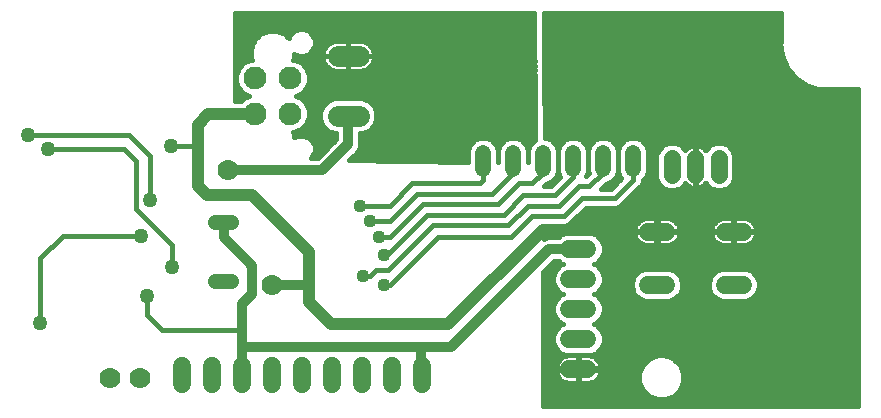
<source format=gbl>
G75*
G70*
%OFA0B0*%
%FSLAX24Y24*%
%IPPOS*%
%LPD*%
%AMOC8*
5,1,8,0,0,1.08239X$1,22.5*
%
%ADD10C,0.0594*%
%ADD11C,0.0700*%
%ADD12C,0.0700*%
%ADD13C,0.0515*%
%ADD14C,0.0760*%
%ADD15C,0.0600*%
%ADD16C,0.0551*%
%ADD17C,0.0520*%
%ADD18C,0.0320*%
%ADD19C,0.0500*%
%ADD20C,0.0160*%
%ADD21C,0.0554*%
%ADD22C,0.0400*%
%ADD23C,0.0436*%
D10*
X024704Y005356D02*
X025298Y005356D01*
X027263Y005356D02*
X027857Y005356D01*
X027857Y007128D02*
X027263Y007128D01*
X025298Y007128D02*
X024704Y007128D01*
D11*
X028850Y012089D03*
X012180Y005349D03*
X007761Y002259D03*
X006761Y002259D03*
X010700Y009189D03*
D12*
X014355Y010997D02*
X015055Y010997D01*
X015055Y012989D02*
X014355Y012989D01*
D13*
X010786Y007464D02*
X010271Y007462D01*
X010282Y005493D02*
X010797Y005496D01*
D14*
X011593Y011061D03*
X012774Y011061D03*
X012774Y012242D03*
X011593Y012242D03*
D15*
X022080Y006549D02*
X022680Y006549D01*
X022680Y005549D02*
X022080Y005549D01*
X022080Y004549D02*
X022680Y004549D01*
X022680Y003549D02*
X022080Y003549D01*
X022080Y002549D02*
X022680Y002549D01*
X017180Y002649D02*
X017180Y002049D01*
X016180Y002049D02*
X016180Y002649D01*
X015180Y002649D02*
X015180Y002049D01*
X014180Y002049D02*
X014180Y002649D01*
X013180Y002649D02*
X013180Y002049D01*
X012180Y002049D02*
X012180Y002649D01*
X011180Y002649D02*
X011180Y002049D01*
X010180Y002049D02*
X010180Y002649D01*
X009180Y002649D02*
X009180Y002049D01*
D16*
X025493Y009023D02*
X025493Y009574D01*
X026280Y009574D02*
X026280Y009023D01*
X027068Y009023D02*
X027068Y009574D01*
D17*
X024200Y009749D02*
X024200Y009229D01*
X023200Y009229D02*
X023200Y009749D01*
X022200Y009749D02*
X022200Y009229D01*
X021200Y009229D02*
X021200Y009749D01*
X020200Y009749D02*
X020200Y009229D01*
X019200Y009229D02*
X019200Y009749D01*
D18*
X021400Y006539D02*
X018150Y003289D01*
X017150Y003289D01*
X017150Y002379D01*
X017180Y002349D01*
X017150Y003289D02*
X011180Y003289D01*
X011180Y003689D01*
X011180Y004719D01*
X011500Y005039D01*
X011500Y005994D01*
X010555Y006939D01*
X010555Y007436D01*
X010529Y007463D01*
X010700Y009189D02*
X013850Y009189D01*
X014700Y010039D01*
X014700Y010992D01*
X014705Y010997D01*
X011593Y011061D02*
X011570Y011039D01*
X012200Y005369D02*
X012180Y005349D01*
X013340Y005349D01*
X013350Y005339D01*
X011180Y003289D02*
X011180Y002349D01*
X021400Y006539D02*
X022370Y006539D01*
X022380Y006549D01*
D19*
X004450Y004089D03*
X008000Y004989D03*
X008850Y005939D03*
X007800Y006989D03*
X008100Y008189D03*
X008800Y009989D03*
X004700Y009889D03*
X004050Y010339D03*
D20*
X007400Y010339D01*
X008100Y009639D01*
X008100Y008189D01*
X007650Y007889D02*
X008850Y006689D01*
X008850Y005939D01*
X008000Y004989D02*
X008000Y004339D01*
X008500Y003839D01*
X011030Y003839D01*
X011180Y003689D01*
X012180Y005349D02*
X012150Y005379D01*
X015200Y005639D02*
X015450Y005639D01*
X015650Y005839D01*
X016050Y005839D01*
X017550Y007339D01*
X020050Y007339D01*
X020700Y007989D01*
X021750Y007989D01*
X022400Y008639D01*
X022750Y008639D01*
X023200Y009089D01*
X023200Y009489D01*
X022700Y009491D02*
X022700Y009491D01*
X022700Y009333D02*
X022700Y009333D01*
X022700Y009174D02*
X022700Y009174D01*
X022700Y009129D02*
X022700Y009848D01*
X022624Y010032D01*
X022484Y010172D01*
X022300Y010248D01*
X022101Y010248D01*
X021917Y010172D01*
X021776Y010032D01*
X021700Y009848D01*
X021624Y010032D01*
X021484Y010172D01*
X021300Y010248D01*
X021263Y010248D01*
X021242Y012419D01*
X021249Y014431D01*
X029132Y014431D01*
X029132Y013538D01*
X029132Y013499D01*
X029117Y013309D01*
X029191Y012914D01*
X029364Y012553D01*
X029625Y012248D01*
X029956Y012021D01*
X029956Y012021D01*
X030335Y011888D01*
X030496Y011876D01*
X030505Y011872D01*
X030544Y011872D01*
X030582Y011869D01*
X030591Y011872D01*
X031691Y011872D01*
X031691Y001328D01*
X021201Y001328D01*
X021217Y005790D01*
X021566Y006139D01*
X021727Y006139D01*
X021774Y006091D01*
X021876Y006048D01*
X021774Y006006D01*
X021623Y005854D01*
X021540Y005656D01*
X021540Y005441D01*
X021623Y005243D01*
X021774Y005091D01*
X021876Y005049D01*
X021774Y005006D01*
X021623Y004854D01*
X021540Y004656D01*
X021540Y004441D01*
X021623Y004243D01*
X021774Y004091D01*
X021876Y004049D01*
X021774Y004006D01*
X021623Y003854D01*
X021540Y003656D01*
X021540Y003441D01*
X021623Y003243D01*
X021774Y003091D01*
X021973Y003009D01*
X022788Y003009D01*
X022986Y003091D01*
X023138Y003243D01*
X023220Y003441D01*
X023220Y003656D01*
X023138Y003854D01*
X022986Y004006D01*
X022884Y004049D01*
X022986Y004091D01*
X023138Y004243D01*
X023220Y004441D01*
X023220Y004656D01*
X023138Y004854D01*
X022986Y005006D01*
X022884Y005049D01*
X022986Y005091D01*
X023138Y005243D01*
X023220Y005441D01*
X023220Y005656D01*
X023138Y005854D01*
X022986Y006006D01*
X022884Y006048D01*
X022986Y006091D01*
X023138Y006243D01*
X023220Y006441D01*
X023220Y006656D01*
X023138Y006854D01*
X022986Y007006D01*
X022788Y007088D01*
X021973Y007088D01*
X021774Y007006D01*
X021707Y006938D01*
X021480Y006938D01*
X021321Y006938D01*
X021221Y006897D01*
X021223Y007319D01*
X021837Y007319D01*
X021964Y007319D01*
X022082Y007367D01*
X022633Y007919D01*
X023537Y007919D01*
X023664Y007919D01*
X023782Y007967D01*
X024382Y008567D01*
X024472Y008657D01*
X024520Y008775D01*
X024520Y008841D01*
X024624Y008945D01*
X024700Y009129D01*
X024700Y009848D01*
X024624Y010032D01*
X024484Y010172D01*
X024300Y010248D01*
X024101Y010248D01*
X023917Y010172D01*
X023776Y010032D01*
X023700Y009848D01*
X023624Y010032D01*
X023484Y010172D01*
X023300Y010248D01*
X023101Y010248D01*
X022917Y010172D01*
X022776Y010032D01*
X022700Y009848D01*
X022700Y009129D01*
X022638Y008979D01*
X022726Y009067D01*
X022700Y009129D01*
X022675Y009016D02*
X022653Y009016D01*
X023263Y008699D02*
X023608Y008699D01*
X023484Y008805D02*
X023624Y008945D01*
X023700Y009129D01*
X023700Y009848D01*
X023700Y009129D01*
X023776Y008945D01*
X023816Y008906D01*
X023468Y008558D01*
X023123Y008558D01*
X023293Y008729D01*
X023300Y008729D01*
X023484Y008805D01*
X023536Y008857D02*
X023766Y008857D01*
X023747Y009016D02*
X023653Y009016D01*
X023700Y009174D02*
X023700Y009174D01*
X023700Y009333D02*
X023700Y009333D01*
X023700Y009491D02*
X023700Y009491D01*
X023700Y009650D02*
X023700Y009650D01*
X023700Y009808D02*
X023700Y009808D01*
X023651Y009967D02*
X023750Y009967D01*
X023870Y010125D02*
X023530Y010125D01*
X022870Y010125D02*
X022530Y010125D01*
X022651Y009967D02*
X022750Y009967D01*
X022700Y009808D02*
X022700Y009808D01*
X022700Y009650D02*
X022700Y009650D01*
X022200Y009489D02*
X022200Y008939D01*
X021600Y008339D01*
X020550Y008339D01*
X019900Y007689D01*
X017350Y007689D01*
X016000Y006339D01*
X015900Y006339D01*
X015750Y006939D02*
X016100Y006939D01*
X017200Y008039D01*
X019700Y008039D01*
X020400Y008739D01*
X020850Y008739D01*
X021200Y009089D01*
X021200Y009489D01*
X020700Y009491D02*
X020700Y009491D01*
X020700Y009441D02*
X020700Y009441D01*
X020700Y009848D01*
X020624Y010032D01*
X020484Y010172D01*
X020300Y010248D01*
X020101Y010248D01*
X019917Y010172D01*
X019776Y010032D01*
X019700Y009848D01*
X019624Y010032D01*
X019484Y010172D01*
X019300Y010248D01*
X019101Y010248D01*
X018917Y010172D01*
X018776Y010032D01*
X018700Y009848D01*
X018700Y009461D01*
X014728Y009501D01*
X014927Y009699D01*
X015039Y009812D01*
X015100Y009959D01*
X015100Y010407D01*
X015173Y010407D01*
X015389Y010497D01*
X015555Y010663D01*
X015645Y010880D01*
X015645Y011114D01*
X015555Y011331D01*
X015389Y011497D01*
X015173Y011587D01*
X014238Y011587D01*
X014021Y011497D01*
X013855Y011331D01*
X013765Y011114D01*
X013765Y010880D01*
X013855Y010663D01*
X014021Y010497D01*
X014238Y010407D01*
X014300Y010407D01*
X014300Y010204D01*
X013685Y009588D01*
X013464Y009588D01*
X013517Y009642D01*
X013584Y009804D01*
X013584Y009979D01*
X013517Y010141D01*
X013393Y010265D01*
X013231Y010332D01*
X013056Y010332D01*
X012897Y010267D01*
X012897Y010364D01*
X012866Y010441D01*
X012897Y010441D01*
X013125Y010535D01*
X013299Y010710D01*
X013394Y010938D01*
X013394Y011184D01*
X013299Y011412D01*
X013125Y011587D01*
X012968Y011651D01*
X013125Y011716D01*
X013299Y011891D01*
X013394Y012119D01*
X013394Y012365D01*
X013299Y012593D01*
X013125Y012768D01*
X012897Y012862D01*
X012859Y012862D01*
X012897Y012954D01*
X012897Y013056D01*
X013056Y012990D01*
X013231Y012990D01*
X013393Y013057D01*
X013517Y013181D01*
X013584Y013343D01*
X013584Y013519D01*
X013517Y013681D01*
X013393Y013805D01*
X013231Y013872D01*
X013056Y013872D01*
X012894Y013805D01*
X012770Y013681D01*
X012723Y013567D01*
X012588Y013702D01*
X012325Y013811D01*
X012041Y013811D01*
X011778Y013702D01*
X011577Y013501D01*
X011469Y013239D01*
X011469Y012954D01*
X011507Y012862D01*
X011469Y012862D01*
X011241Y012768D01*
X011067Y012593D01*
X010973Y012365D01*
X010973Y012119D01*
X011067Y011891D01*
X011241Y011716D01*
X011398Y011651D01*
X011241Y011587D01*
X011133Y011478D01*
X010950Y011478D01*
X010950Y014431D01*
X020903Y014431D01*
X020943Y010183D01*
X020917Y010172D01*
X020776Y010032D01*
X020700Y009848D01*
X020700Y009441D01*
X020700Y009650D02*
X020700Y009650D01*
X020700Y009808D02*
X020700Y009808D01*
X020651Y009967D02*
X020750Y009967D01*
X020870Y010125D02*
X020530Y010125D01*
X020942Y010284D02*
X015100Y010284D01*
X015100Y010125D02*
X018870Y010125D01*
X018750Y009967D02*
X015100Y009967D01*
X015036Y009808D02*
X018700Y009808D01*
X018700Y009650D02*
X014877Y009650D01*
X015669Y009491D02*
X018700Y009491D01*
X019200Y009489D02*
X019200Y008839D01*
X019100Y008739D01*
X016850Y008739D01*
X016100Y007989D01*
X015100Y007989D01*
X015450Y007489D02*
X016100Y007489D01*
X017000Y008389D01*
X019500Y008389D01*
X020200Y009089D01*
X020200Y009489D01*
X020195Y009484D01*
X019700Y009491D02*
X019700Y009491D01*
X019700Y009451D02*
X019700Y009848D01*
X019700Y009451D01*
X019700Y009451D01*
X019700Y009650D02*
X019700Y009650D01*
X019700Y009808D02*
X019700Y009808D01*
X019651Y009967D02*
X019750Y009967D01*
X019870Y010125D02*
X019530Y010125D01*
X020941Y010443D02*
X015259Y010443D01*
X015494Y010601D02*
X020939Y010601D01*
X020938Y010760D02*
X015596Y010760D01*
X015645Y010918D02*
X020936Y010918D01*
X020935Y011077D02*
X015645Y011077D01*
X015595Y011235D02*
X020933Y011235D01*
X020932Y011394D02*
X015493Y011394D01*
X015256Y011552D02*
X020930Y011552D01*
X020929Y011711D02*
X013111Y011711D01*
X013159Y011552D02*
X014154Y011552D01*
X013918Y011394D02*
X013307Y011394D01*
X013372Y011235D02*
X013815Y011235D01*
X013765Y011077D02*
X013394Y011077D01*
X013386Y010918D02*
X013765Y010918D01*
X013815Y010760D02*
X013320Y010760D01*
X013191Y010601D02*
X013917Y010601D01*
X014152Y010443D02*
X012901Y010443D01*
X012897Y010284D02*
X012939Y010284D01*
X013348Y010284D02*
X014300Y010284D01*
X014222Y010125D02*
X013524Y010125D01*
X013584Y009967D02*
X014063Y009967D01*
X013905Y009808D02*
X013584Y009808D01*
X013521Y009650D02*
X013746Y009650D01*
X011207Y011552D02*
X010950Y011552D01*
X010950Y011711D02*
X011255Y011711D01*
X011088Y011869D02*
X010950Y011869D01*
X010950Y012028D02*
X011010Y012028D01*
X010973Y012187D02*
X010950Y012187D01*
X010950Y012345D02*
X010973Y012345D01*
X010950Y012504D02*
X011030Y012504D01*
X010950Y012662D02*
X011136Y012662D01*
X010950Y012821D02*
X011369Y012821D01*
X011469Y012979D02*
X010950Y012979D01*
X010950Y013138D02*
X011469Y013138D01*
X011493Y013296D02*
X010950Y013296D01*
X010950Y013455D02*
X011558Y013455D01*
X011690Y013613D02*
X010950Y013613D01*
X010950Y013772D02*
X011947Y013772D01*
X012419Y013772D02*
X012861Y013772D01*
X012742Y013613D02*
X012676Y013613D01*
X013426Y013772D02*
X020909Y013772D01*
X020908Y013931D02*
X010950Y013931D01*
X010950Y014089D02*
X020906Y014089D01*
X020904Y014248D02*
X010950Y014248D01*
X010950Y014406D02*
X020903Y014406D01*
X021249Y014406D02*
X029132Y014406D01*
X029132Y014248D02*
X021249Y014248D01*
X021248Y014089D02*
X029132Y014089D01*
X029132Y013931D02*
X021247Y013931D01*
X021247Y013772D02*
X029132Y013772D01*
X029132Y013613D02*
X021246Y013613D01*
X021246Y013455D02*
X029129Y013455D01*
X029120Y013296D02*
X021245Y013296D01*
X021245Y013138D02*
X029149Y013138D01*
X029179Y012979D02*
X021244Y012979D01*
X021243Y012821D02*
X029236Y012821D01*
X029312Y012662D02*
X021243Y012662D01*
X021242Y012504D02*
X029406Y012504D01*
X029542Y012345D02*
X021243Y012345D01*
X021244Y012187D02*
X029715Y012187D01*
X029625Y012248D02*
X029625Y012248D01*
X029947Y012028D02*
X021246Y012028D01*
X021247Y011869D02*
X030579Y011869D01*
X030583Y011869D02*
X031691Y011869D01*
X031691Y011711D02*
X021249Y011711D01*
X021250Y011552D02*
X031691Y011552D01*
X031691Y011394D02*
X021252Y011394D01*
X021253Y011235D02*
X031691Y011235D01*
X031691Y011077D02*
X021255Y011077D01*
X021256Y010918D02*
X031691Y010918D01*
X031691Y010760D02*
X021258Y010760D01*
X021259Y010601D02*
X031691Y010601D01*
X031691Y010443D02*
X021261Y010443D01*
X021262Y010284D02*
X031691Y010284D01*
X031691Y010125D02*
X024530Y010125D01*
X024651Y009967D02*
X025157Y009967D01*
X025201Y010011D02*
X025056Y009866D01*
X024977Y009677D01*
X024977Y008920D01*
X025056Y008731D01*
X025201Y008586D01*
X025390Y008507D01*
X025595Y008507D01*
X025785Y008586D01*
X025930Y008731D01*
X025939Y008752D01*
X025948Y008739D01*
X025997Y008691D01*
X026052Y008650D01*
X026113Y008619D01*
X026178Y008598D01*
X026246Y008587D01*
X026277Y008587D01*
X026277Y009295D01*
X026284Y009295D01*
X026284Y008587D01*
X026315Y008587D01*
X026382Y008598D01*
X026448Y008619D01*
X026509Y008650D01*
X026564Y008691D01*
X026613Y008739D01*
X026622Y008752D01*
X026631Y008731D01*
X026776Y008586D01*
X026965Y008507D01*
X027170Y008507D01*
X027360Y008586D01*
X027505Y008731D01*
X027583Y008920D01*
X027583Y009677D01*
X027505Y009866D01*
X027360Y010011D01*
X027170Y010090D01*
X026965Y010090D01*
X026776Y010011D01*
X026631Y009866D01*
X026622Y009845D01*
X026613Y009858D01*
X026564Y009906D01*
X026509Y009947D01*
X026448Y009978D01*
X026382Y009999D01*
X026315Y010010D01*
X026284Y010010D01*
X026284Y009302D01*
X026277Y009302D01*
X026277Y010010D01*
X026246Y010010D01*
X026178Y009999D01*
X026113Y009978D01*
X026052Y009947D01*
X025997Y009906D01*
X025948Y009858D01*
X025939Y009845D01*
X025930Y009866D01*
X025785Y010011D01*
X025595Y010090D01*
X025390Y010090D01*
X025201Y010011D01*
X025032Y009808D02*
X024700Y009808D01*
X024700Y009650D02*
X024977Y009650D01*
X024977Y009491D02*
X024700Y009491D01*
X024700Y009333D02*
X024977Y009333D01*
X024977Y009174D02*
X024700Y009174D01*
X024653Y009016D02*
X024977Y009016D01*
X025003Y008857D02*
X024536Y008857D01*
X024489Y008699D02*
X025088Y008699D01*
X025311Y008540D02*
X024354Y008540D01*
X024196Y008381D02*
X031691Y008381D01*
X031691Y008223D02*
X024037Y008223D01*
X023879Y008064D02*
X031691Y008064D01*
X031691Y007906D02*
X022620Y007906D01*
X022462Y007747D02*
X031691Y007747D01*
X031691Y007589D02*
X022303Y007589D01*
X022145Y007430D02*
X024360Y007430D01*
X024356Y007426D02*
X024314Y007368D01*
X024281Y007304D01*
X024259Y007235D01*
X024248Y007164D01*
X024248Y007147D01*
X024983Y007147D01*
X024983Y007585D01*
X024668Y007585D01*
X024597Y007574D01*
X024529Y007551D01*
X024465Y007519D01*
X024407Y007477D01*
X024356Y007426D01*
X024271Y007272D02*
X021223Y007272D01*
X021222Y007113D02*
X024983Y007113D01*
X024983Y007110D02*
X024248Y007110D01*
X024248Y007092D01*
X024259Y007021D01*
X024281Y006953D01*
X024314Y006889D01*
X024356Y006831D01*
X024407Y006780D01*
X024465Y006737D01*
X024529Y006705D01*
X024597Y006683D01*
X024668Y006671D01*
X024983Y006671D01*
X024983Y007109D01*
X025020Y007109D01*
X025020Y006671D01*
X025334Y006671D01*
X025405Y006683D01*
X025473Y006705D01*
X025537Y006737D01*
X025596Y006780D01*
X025646Y006831D01*
X025689Y006889D01*
X025721Y006953D01*
X025744Y007021D01*
X025755Y007092D01*
X025755Y007110D01*
X025020Y007110D01*
X025020Y007147D01*
X024983Y007147D01*
X024983Y007110D01*
X025020Y007113D02*
X027542Y007113D01*
X027542Y007110D02*
X026807Y007110D01*
X026807Y007092D01*
X026818Y007021D01*
X026840Y006953D01*
X026873Y006889D01*
X026915Y006831D01*
X026966Y006780D01*
X027024Y006737D01*
X027088Y006705D01*
X027156Y006683D01*
X027227Y006671D01*
X027542Y006671D01*
X027542Y007109D01*
X027579Y007109D01*
X027579Y006671D01*
X027893Y006671D01*
X027964Y006683D01*
X028032Y006705D01*
X028097Y006737D01*
X028155Y006780D01*
X028206Y006831D01*
X028248Y006889D01*
X028280Y006953D01*
X028303Y007021D01*
X028314Y007092D01*
X028314Y007110D01*
X027579Y007110D01*
X027579Y007147D01*
X027542Y007147D01*
X027542Y007585D01*
X027227Y007585D01*
X027156Y007574D01*
X027088Y007551D01*
X027024Y007519D01*
X026966Y007477D01*
X026915Y007426D01*
X026873Y007368D01*
X026840Y007304D01*
X026818Y007235D01*
X026807Y007164D01*
X026807Y007147D01*
X027542Y007147D01*
X027542Y007110D01*
X027579Y007113D02*
X031691Y007113D01*
X031691Y006955D02*
X028281Y006955D01*
X028171Y006796D02*
X031691Y006796D01*
X031691Y006638D02*
X023220Y006638D01*
X023220Y006479D02*
X031691Y006479D01*
X031691Y006320D02*
X023170Y006320D01*
X023057Y006162D02*
X031691Y006162D01*
X031691Y006003D02*
X022989Y006003D01*
X023142Y005845D02*
X024480Y005845D01*
X024400Y005812D02*
X024249Y005661D01*
X024168Y005463D01*
X024168Y005250D01*
X024249Y005052D01*
X024400Y004901D01*
X024598Y004820D01*
X025405Y004820D01*
X025602Y004901D01*
X025753Y005052D01*
X026809Y005052D01*
X026808Y005052D02*
X026959Y004901D01*
X027157Y004820D01*
X027964Y004820D01*
X028161Y004901D01*
X028312Y005052D01*
X031691Y005052D01*
X031691Y004894D02*
X028142Y004894D01*
X028312Y005052D02*
X028394Y005250D01*
X028394Y005463D01*
X028312Y005661D01*
X028161Y005812D01*
X027964Y005893D01*
X027157Y005893D01*
X026959Y005812D01*
X026808Y005661D01*
X026727Y005463D01*
X026727Y005250D01*
X026808Y005052D01*
X026743Y005211D02*
X025819Y005211D01*
X025835Y005250D02*
X025835Y005463D01*
X025753Y005661D01*
X025602Y005812D01*
X025405Y005893D01*
X024598Y005893D01*
X024400Y005812D01*
X024275Y005686D02*
X023208Y005686D01*
X023220Y005528D02*
X024194Y005528D01*
X024168Y005369D02*
X023190Y005369D01*
X023106Y005211D02*
X024184Y005211D01*
X024250Y005052D02*
X022893Y005052D01*
X023099Y004894D02*
X024419Y004894D01*
X025583Y004894D02*
X026978Y004894D01*
X026727Y005369D02*
X025835Y005369D01*
X025835Y005250D02*
X025753Y005052D01*
X025808Y005528D02*
X026753Y005528D01*
X026834Y005686D02*
X025727Y005686D01*
X025522Y005845D02*
X027040Y005845D01*
X028081Y005845D02*
X031691Y005845D01*
X031691Y005686D02*
X028287Y005686D01*
X028367Y005528D02*
X031691Y005528D01*
X031691Y005369D02*
X028394Y005369D01*
X028378Y005211D02*
X031691Y005211D01*
X031691Y004735D02*
X023188Y004735D01*
X023220Y004576D02*
X031691Y004576D01*
X031691Y004418D02*
X023211Y004418D01*
X023145Y004259D02*
X031691Y004259D01*
X031691Y004101D02*
X022996Y004101D01*
X023050Y003942D02*
X031691Y003942D01*
X031691Y003784D02*
X023167Y003784D01*
X023220Y003625D02*
X031691Y003625D01*
X031691Y003467D02*
X023220Y003467D01*
X023165Y003308D02*
X031691Y003308D01*
X031691Y003150D02*
X023045Y003150D01*
X022921Y002942D02*
X022857Y002975D01*
X022788Y002997D01*
X022716Y003008D01*
X022400Y003008D01*
X022400Y002569D01*
X022360Y002569D01*
X022360Y003008D01*
X022044Y003008D01*
X021973Y002997D01*
X021904Y002975D01*
X021839Y002942D01*
X021781Y002899D01*
X021729Y002848D01*
X021687Y002790D01*
X021654Y002725D01*
X021632Y002656D01*
X021620Y002585D01*
X021620Y002569D01*
X022360Y002569D01*
X022360Y002528D01*
X022400Y002528D01*
X022400Y002089D01*
X022716Y002089D01*
X022788Y002100D01*
X022857Y002122D01*
X022921Y002155D01*
X022980Y002198D01*
X023031Y002249D01*
X023074Y002307D01*
X023107Y002372D01*
X023129Y002441D01*
X023140Y002512D01*
X023140Y002528D01*
X022401Y002528D01*
X022401Y002569D01*
X023140Y002569D01*
X023140Y002585D01*
X023129Y002656D01*
X023107Y002725D01*
X023074Y002790D01*
X023031Y002848D01*
X022980Y002899D01*
X022921Y002942D01*
X022807Y002991D02*
X024968Y002991D01*
X024994Y003002D02*
X024725Y002890D01*
X024519Y002684D01*
X024408Y002415D01*
X024408Y002124D01*
X024519Y001855D01*
X024725Y001649D01*
X024994Y001537D01*
X025285Y001537D01*
X025554Y001649D01*
X025760Y001855D01*
X025872Y002124D01*
X025872Y002415D01*
X025760Y002684D01*
X025554Y002890D01*
X025285Y003002D01*
X024994Y003002D01*
X025311Y002991D02*
X031691Y002991D01*
X031691Y002832D02*
X025612Y002832D01*
X025765Y002674D02*
X031691Y002674D01*
X031691Y002515D02*
X025830Y002515D01*
X025872Y002357D02*
X031691Y002357D01*
X031691Y002198D02*
X025872Y002198D01*
X025837Y002040D02*
X031691Y002040D01*
X031691Y001881D02*
X025771Y001881D01*
X025628Y001723D02*
X031691Y001723D01*
X031691Y001564D02*
X025350Y001564D01*
X024930Y001564D02*
X021202Y001564D01*
X021201Y001406D02*
X031691Y001406D01*
X024651Y001723D02*
X021202Y001723D01*
X021203Y001881D02*
X024508Y001881D01*
X024442Y002040D02*
X021203Y002040D01*
X021204Y002198D02*
X021780Y002198D01*
X021781Y002198D02*
X021839Y002155D01*
X021904Y002122D01*
X021973Y002100D01*
X022044Y002089D01*
X022360Y002089D01*
X022360Y002528D01*
X021620Y002528D01*
X021620Y002512D01*
X021632Y002441D01*
X021654Y002372D01*
X021687Y002307D01*
X021729Y002249D01*
X021781Y002198D01*
X021662Y002357D02*
X021205Y002357D01*
X021205Y002515D02*
X021620Y002515D01*
X021637Y002674D02*
X021206Y002674D01*
X021206Y002832D02*
X021718Y002832D01*
X021954Y002991D02*
X021207Y002991D01*
X021208Y003150D02*
X021716Y003150D01*
X021595Y003308D02*
X021208Y003308D01*
X021209Y003467D02*
X021540Y003467D01*
X021540Y003625D02*
X021209Y003625D01*
X021210Y003784D02*
X021593Y003784D01*
X021710Y003942D02*
X021210Y003942D01*
X021211Y004101D02*
X021764Y004101D01*
X021616Y004259D02*
X021212Y004259D01*
X021212Y004418D02*
X021550Y004418D01*
X021540Y004576D02*
X021213Y004576D01*
X021213Y004735D02*
X021573Y004735D01*
X021662Y004894D02*
X021214Y004894D01*
X021215Y005052D02*
X021868Y005052D01*
X021654Y005211D02*
X021215Y005211D01*
X021216Y005369D02*
X021570Y005369D01*
X021540Y005528D02*
X021216Y005528D01*
X021217Y005686D02*
X021553Y005686D01*
X021619Y005845D02*
X021272Y005845D01*
X021431Y006003D02*
X021771Y006003D01*
X021723Y006955D02*
X021222Y006955D01*
X020850Y007639D02*
X021900Y007639D01*
X022500Y008239D01*
X023600Y008239D01*
X024200Y008839D01*
X024200Y009489D01*
X025829Y009967D02*
X026092Y009967D01*
X026277Y009967D02*
X026284Y009967D01*
X026277Y009808D02*
X026284Y009808D01*
X026277Y009650D02*
X026284Y009650D01*
X026277Y009491D02*
X026284Y009491D01*
X026277Y009333D02*
X026284Y009333D01*
X026277Y009174D02*
X026284Y009174D01*
X026277Y009016D02*
X026284Y009016D01*
X026277Y008857D02*
X026284Y008857D01*
X026277Y008699D02*
X026284Y008699D01*
X026572Y008699D02*
X026663Y008699D01*
X026886Y008540D02*
X025674Y008540D01*
X025898Y008699D02*
X025989Y008699D01*
X027249Y008540D02*
X031691Y008540D01*
X031691Y008699D02*
X027473Y008699D01*
X027557Y008857D02*
X031691Y008857D01*
X031691Y009016D02*
X027583Y009016D01*
X027583Y009174D02*
X031691Y009174D01*
X031691Y009333D02*
X027583Y009333D01*
X027583Y009491D02*
X031691Y009491D01*
X031691Y009650D02*
X027583Y009650D01*
X027529Y009808D02*
X031691Y009808D01*
X031691Y009967D02*
X027404Y009967D01*
X026731Y009967D02*
X026469Y009967D01*
X025473Y007551D02*
X025405Y007574D01*
X025334Y007585D01*
X025020Y007585D01*
X025020Y007147D01*
X025755Y007147D01*
X025755Y007164D01*
X025744Y007235D01*
X025721Y007304D01*
X025689Y007368D01*
X025646Y007426D01*
X025596Y007477D01*
X025537Y007519D01*
X025473Y007551D01*
X025642Y007430D02*
X026919Y007430D01*
X026830Y007272D02*
X025732Y007272D01*
X025722Y006955D02*
X026839Y006955D01*
X026949Y006796D02*
X025612Y006796D01*
X025020Y006796D02*
X024983Y006796D01*
X024983Y006955D02*
X025020Y006955D01*
X025020Y007272D02*
X024983Y007272D01*
X024983Y007430D02*
X025020Y007430D01*
X024390Y006796D02*
X023162Y006796D01*
X023038Y006955D02*
X024280Y006955D01*
X021770Y008961D02*
X021468Y008658D01*
X021228Y008658D01*
X021228Y008664D01*
X021293Y008729D01*
X021300Y008729D01*
X021484Y008805D01*
X021624Y008945D01*
X021700Y009129D01*
X021700Y009848D01*
X021700Y009129D01*
X021770Y008961D01*
X021747Y009016D02*
X021653Y009016D01*
X021666Y008857D02*
X021536Y008857D01*
X021508Y008699D02*
X021263Y008699D01*
X021700Y009174D02*
X021700Y009174D01*
X021700Y009333D02*
X021700Y009333D01*
X021700Y009491D02*
X021700Y009491D01*
X021700Y009650D02*
X021700Y009650D01*
X021700Y009808D02*
X021700Y009808D01*
X021651Y009967D02*
X021750Y009967D01*
X021870Y010125D02*
X021530Y010125D01*
X020927Y011869D02*
X013278Y011869D01*
X013356Y012028D02*
X020926Y012028D01*
X020924Y012187D02*
X013394Y012187D01*
X013394Y012345D02*
X020923Y012345D01*
X020921Y012504D02*
X015211Y012504D01*
X015175Y012492D02*
X015251Y012516D01*
X015323Y012553D01*
X015388Y012600D01*
X015444Y012657D01*
X015491Y012722D01*
X015528Y012793D01*
X015553Y012870D01*
X015565Y012949D01*
X015565Y012989D01*
X014706Y012989D01*
X014706Y012989D01*
X015565Y012989D01*
X015565Y013029D01*
X015553Y013109D01*
X015528Y013185D01*
X015491Y013256D01*
X015444Y013321D01*
X015388Y013378D01*
X015323Y013425D01*
X015251Y013462D01*
X015175Y013487D01*
X015095Y013499D01*
X014705Y013499D01*
X014315Y013499D01*
X014236Y013487D01*
X014160Y013462D01*
X014088Y013425D01*
X014023Y013378D01*
X013966Y013321D01*
X013919Y013256D01*
X013883Y013185D01*
X013858Y013109D01*
X013845Y013029D01*
X013845Y012989D01*
X013845Y012949D01*
X013858Y012870D01*
X013883Y012793D01*
X013919Y012722D01*
X013966Y012657D01*
X014023Y012600D01*
X014088Y012553D01*
X014160Y012516D01*
X014236Y012492D01*
X014315Y012479D01*
X014705Y012479D01*
X014705Y012989D01*
X013845Y012989D01*
X014705Y012989D01*
X014705Y012989D01*
X014705Y012989D01*
X014705Y012990D02*
X014705Y013499D01*
X014705Y012990D01*
X014705Y012990D01*
X014705Y012989D02*
X014705Y012479D01*
X015095Y012479D01*
X015175Y012492D01*
X015448Y012662D02*
X020920Y012662D01*
X020918Y012821D02*
X015537Y012821D01*
X015565Y012979D02*
X020917Y012979D01*
X020915Y013138D02*
X015543Y013138D01*
X015462Y013296D02*
X020914Y013296D01*
X020912Y013455D02*
X015265Y013455D01*
X014705Y013455D02*
X014705Y013455D01*
X014705Y013296D02*
X014705Y013296D01*
X014705Y013138D02*
X014705Y013138D01*
X014705Y012979D02*
X014705Y012979D01*
X014705Y012821D02*
X014705Y012821D01*
X014705Y012662D02*
X014705Y012662D01*
X014705Y012504D02*
X014705Y012504D01*
X014199Y012504D02*
X013336Y012504D01*
X013230Y012662D02*
X013962Y012662D01*
X013874Y012821D02*
X012997Y012821D01*
X012897Y012979D02*
X013845Y012979D01*
X013867Y013138D02*
X013474Y013138D01*
X013565Y013296D02*
X013948Y013296D01*
X014146Y013455D02*
X013584Y013455D01*
X013545Y013613D02*
X020911Y013613D01*
X020850Y007639D02*
X020150Y006939D01*
X017700Y006939D01*
X016100Y005339D01*
X015900Y005339D01*
X022360Y002991D02*
X022400Y002991D01*
X022400Y002832D02*
X022360Y002832D01*
X022360Y002674D02*
X022400Y002674D01*
X022400Y002515D02*
X022360Y002515D01*
X022360Y002357D02*
X022400Y002357D01*
X022400Y002198D02*
X022360Y002198D01*
X022981Y002198D02*
X024408Y002198D01*
X024408Y002357D02*
X023099Y002357D01*
X023140Y002515D02*
X024449Y002515D01*
X024515Y002674D02*
X023123Y002674D01*
X023043Y002832D02*
X024667Y002832D01*
X027542Y006796D02*
X027579Y006796D01*
X027579Y006955D02*
X027542Y006955D01*
X027579Y007147D02*
X028314Y007147D01*
X028314Y007164D01*
X028303Y007235D01*
X028280Y007304D01*
X028248Y007368D01*
X028206Y007426D01*
X028155Y007477D01*
X028097Y007519D01*
X028032Y007551D01*
X027964Y007574D01*
X027893Y007585D01*
X027579Y007585D01*
X027579Y007147D01*
X027579Y007272D02*
X027542Y007272D01*
X027542Y007430D02*
X027579Y007430D01*
X028201Y007430D02*
X031691Y007430D01*
X031691Y007272D02*
X028291Y007272D01*
X030335Y011888D02*
X030335Y011888D01*
X009700Y009989D02*
X008800Y009989D01*
X007650Y009489D02*
X007650Y007889D01*
X007800Y006989D02*
X005200Y006989D01*
X004450Y006239D01*
X004450Y004089D01*
X007650Y009489D02*
X007250Y009889D01*
X004700Y009889D01*
D21*
X012200Y014139D03*
X012900Y014139D03*
X013600Y014159D03*
X014350Y014139D03*
X015100Y014139D03*
X015850Y014139D03*
X015760Y013459D03*
X016200Y012939D03*
X016650Y013489D03*
X017100Y012939D03*
X017550Y013489D03*
X017950Y012939D03*
X018100Y014139D03*
X017350Y014139D03*
X016600Y014139D03*
X018850Y014139D03*
X019600Y014139D03*
X020100Y012339D03*
X022600Y013489D03*
X023350Y013489D03*
X024900Y012289D03*
X026150Y012289D03*
X027500Y012289D03*
X028650Y007889D03*
X028650Y007139D03*
X028650Y006389D03*
X027850Y006339D03*
X029050Y005789D03*
X027900Y004489D03*
X027050Y004489D03*
X028900Y002989D03*
X029400Y003539D03*
X029800Y004089D03*
X030250Y003539D03*
X030600Y002939D03*
X030950Y003539D03*
X031350Y002939D03*
X030950Y002389D03*
X030200Y002389D03*
X029450Y002389D03*
X029800Y002989D03*
X028605Y002379D03*
X028400Y001739D03*
X027700Y001739D03*
X027000Y001739D03*
X026650Y002339D03*
X029100Y001589D03*
X029850Y001589D03*
X030600Y001589D03*
X031350Y001739D03*
X031350Y004139D03*
X026250Y006239D03*
X023850Y003039D03*
X023850Y001689D03*
X013815Y013519D03*
D22*
X011570Y011039D02*
X010050Y011039D01*
X009700Y010689D01*
X009700Y009989D01*
X009700Y008639D01*
X010000Y008339D01*
X011500Y008339D01*
X013400Y006439D01*
X013400Y005289D01*
X013350Y005339D01*
X013400Y005289D02*
X013400Y004789D01*
X014150Y004039D01*
X018050Y004039D01*
X021200Y007189D01*
X023450Y007189D01*
X024450Y008189D01*
X027450Y008189D01*
X028850Y009589D01*
X028850Y012089D01*
D23*
X020710Y012359D03*
X020510Y013009D03*
X020505Y013639D03*
X020510Y014209D03*
X020610Y011509D03*
X020610Y010909D03*
X020660Y010309D03*
X019660Y010309D03*
X015450Y007489D03*
X015100Y007989D03*
X015750Y006939D03*
X015900Y006339D03*
X015200Y005639D03*
X015900Y005339D03*
X013595Y012874D03*
M02*

</source>
